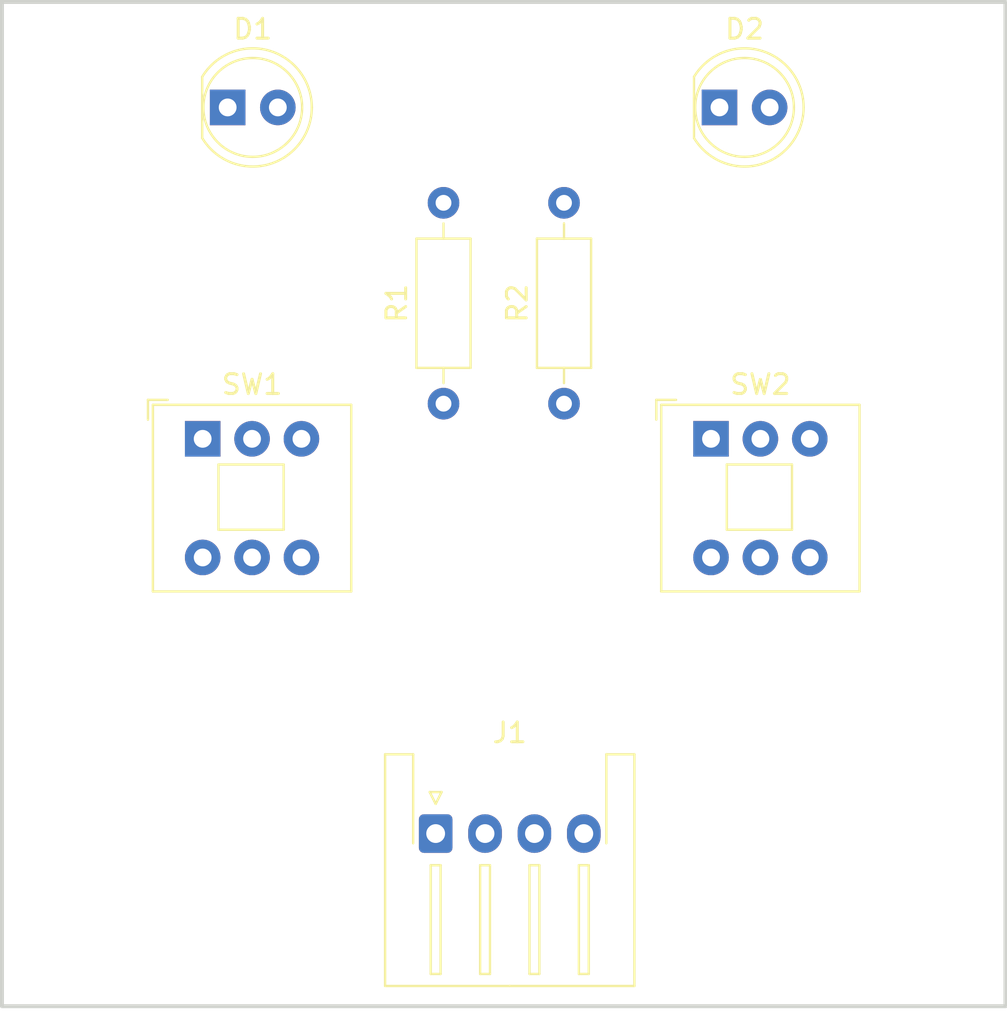
<source format=kicad_pcb>
(kicad_pcb (version 20240108) (generator "pcbnew") (generator_version "8.0")
  (layers (0 "F.Cu" signal) (31 "B.Cu" signal) (34 "B.Paste" user) (35 "F.Paste" user) (36 "B.SilkS" user "B.Silkscreen") (37 "F.SilkS" user "F.Silkscreen") (38 "B.Mask" user) (39 "F.Mask" user) (44 "Edge.Cuts" user))
  (net 0 "")
  (net 1 "Net-(D1-A)")
  (net 2 "GND")
  (net 3 "Net-(D2-A)")
  (net 4 "V_OUT")
  (net 5 "LEFT_TURN_EN")
  (net 6 "RIGHT_TURN_EN")
  (footprint "Resistor_THT:R_Axial_DIN0207_L6.3mm_D2.5mm_P10.16mm_Horizontal" (layer "F.Cu") (at 123.952 71.12 90)
    (property "Reference" "R1" (at 5.08 -2.37 90) (layer "F.SilkS"))
    (property "Value" "120")
    (fp_line (start 8.35 -1.37) (end 1.81 -1.37) (stroke (width 0.12)) (layer "F.SilkS"))
    (fp_line (start 1.81 -1.37) (end 1.81 1.37) (stroke (width 0.12)) (layer "F.SilkS"))
    (fp_line (start 9.12 0) (end 8.35 0) (stroke (width 0.12)) (layer "F.SilkS"))
    (fp_line (start 1.04 0) (end 1.81 0) (stroke (width 0.12)) (layer "F.SilkS"))
    (fp_line (start 8.35 1.37) (end 8.35 -1.37) (stroke (width 0.12)) (layer "F.SilkS"))
    (fp_line (start 1.81 1.37) (end 8.35 1.37) (stroke (width 0.12)) (layer "F.SilkS"))
    (pad "1" thru_hole circle (at 0 0 90) (size 1.6 1.6) (drill 0.8) (layers "*.Cu" "*.Mask") (net 5 "LEFT_TURN_EN"))
    (pad "2" thru_hole oval (at 10.16 0 90) (size 1.6 1.6) (drill 0.8) (layers "*.Cu" "*.Mask") (net 1 "Net-(D1-A)"))
  )
  (footprint "Button_Switch_THT:SW_Push_2P2T_Toggle_CK_PVA2xxH2xxxxxxV2" (layer "F.Cu") (at 111.76 72.898)
    (property "Reference" "SW1" (at 2.5 -2.75 0) (layer "F.SilkS"))
    (property "Value" "SW_SPDT")
    (fp_line (start -2.77 -0.97) (end -2.77 -1.97) (stroke (width 0.12)) (layer "F.SilkS"))
    (fp_line (start -2.52 7.72) (end -2.52 -1.72) (stroke (width 0.12)) (layer "F.SilkS"))
    (fp_line (start -1.77 -1.97) (end -2.77 -1.97) (stroke (width 0.12)) (layer "F.SilkS"))
    (fp_line (start 0.8 1.3) (end 0.8 4.6) (stroke (width 0.12)) (layer "F.SilkS"))
    (fp_line (start 4.1 1.3) (end 0.8 1.3) (stroke (width 0.12)) (layer "F.SilkS"))
    (fp_line (start 4.1 1.3) (end 4.1 4.6) (stroke (width 0.12)) (layer "F.SilkS"))
    (fp_line (start 4.1 4.6) (end 0.8 4.6) (stroke (width 0.12)) (layer "F.SilkS"))
    (fp_line (start 7.52 -1.72) (end -2.52 -1.72) (stroke (width 0.12)) (layer "F.SilkS"))
    (fp_line (start 7.52 7.72) (end -2.52 7.72) (stroke (width 0.12)) (layer "F.SilkS"))
    (fp_line (start 7.52 7.72) (end 7.52 -1.72) (stroke (width 0.12)) (layer "F.SilkS"))
    (pad "1" thru_hole rect (at 0 0) (size 1.8 1.8) (drill 0.9) (layers "*.Cu" "*.Mask") (net 2 "GND"))
    (pad "2" thru_hole circle (at 2.5 0) (size 1.8 1.8) (drill 0.9) (layers "*.Cu" "*.Mask") (net 5 "LEFT_TURN_EN"))
    (pad "3" thru_hole circle (at 5 0) (size 1.8 1.8) (drill 0.9) (layers "*.Cu" "*.Mask") (net 4 "V_OUT"))
    (pad "4" thru_hole circle (at 0 6) (size 1.8 1.8) (drill 0.9) (layers "*.Cu" "*.Mask"))
    (pad "5" thru_hole circle (at 2.5 6) (size 1.8 1.8) (drill 0.9) (layers "*.Cu" "*.Mask"))
    (pad "6" thru_hole circle (at 5 6) (size 1.8 1.8) (drill 0.9) (layers "*.Cu" "*.Mask"))
  )
  (footprint "Resistor_THT:R_Axial_DIN0207_L6.3mm_D2.5mm_P10.16mm_Horizontal" (layer "F.Cu") (at 130.052 71.12 90)
    (property "Reference" "R2" (at 5.08 -2.37 90) (layer "F.SilkS"))
    (property "Value" "120")
    (fp_line (start 8.35 -1.37) (end 1.81 -1.37) (stroke (width 0.12)) (layer "F.SilkS"))
    (fp_line (start 1.81 -1.37) (end 1.81 1.37) (stroke (width 0.12)) (layer "F.SilkS"))
    (fp_line (start 9.12 0) (end 8.35 0) (stroke (width 0.12)) (layer "F.SilkS"))
    (fp_line (start 1.04 0) (end 1.81 0) (stroke (width 0.12)) (layer "F.SilkS"))
    (fp_line (start 8.35 1.37) (end 8.35 -1.37) (stroke (width 0.12)) (layer "F.SilkS"))
    (fp_line (start 1.81 1.37) (end 8.35 1.37) (stroke (width 0.12)) (layer "F.SilkS"))
    (pad "1" thru_hole circle (at 0 0 90) (size 1.6 1.6) (drill 0.8) (layers "*.Cu" "*.Mask") (net 6 "RIGHT_TURN_EN"))
    (pad "2" thru_hole oval (at 10.16 0 90) (size 1.6 1.6) (drill 0.8) (layers "*.Cu" "*.Mask") (net 3 "Net-(D2-A)"))
  )
  (footprint "LED_THT:LED_D5.0mm" (layer "F.Cu") (at 113.025 56.134)
    (property "Reference" "D1" (at 1.27 -3.96 0) (layer "F.SilkS"))
    (property "Value" "LED")
    (fp_line (start -1.29 -1.545) (end -1.29 1.545) (stroke (width 0.12)) (layer "F.SilkS"))
    (fp_arc (start -1.29 -1.54483) (mid 2.071756 -2.880501) (end 4.26 -0.000048) (stroke (width 0.12)) (layer "F.SilkS"))
    (fp_arc (start 4.26 0.000048) (mid 2.071756 2.880501) (end -1.29 1.54483) (stroke (width 0.12)) (layer "F.SilkS"))
    (fp_circle (center 1.27 0) (end 3.77 0) (stroke (width 0.12)) (fill none) (layer "F.SilkS"))
    (pad "1" thru_hole rect (at 0 0) (size 1.8 1.8) (drill 0.9) (layers "*.Cu" "*.Mask") (net 2 "GND"))
    (pad "2" thru_hole circle (at 2.54 0) (size 1.8 1.8) (drill 0.9) (layers "*.Cu" "*.Mask") (net 1 "Net-(D1-A)"))
  )
  (footprint "LED_THT:LED_D5.0mm" (layer "F.Cu") (at 137.922 56.134)
    (property "Reference" "D2" (at 1.27 -3.96 0) (layer "F.SilkS"))
    (property "Value" "LED" (hide yes))
    (fp_line (start -1.29 -1.545) (end -1.29 1.545) (stroke (width 0.12)) (layer "F.SilkS"))
    (fp_arc (start -1.29 -1.54483) (mid 2.071756 -2.880501) (end 4.26 -0.000048) (stroke (width 0.12)) (layer "F.SilkS"))
    (fp_arc (start 4.26 0.000048) (mid 2.071756 2.880501) (end -1.29 1.54483) (stroke (width 0.12)) (layer "F.SilkS"))
    (fp_circle (center 1.27 0) (end 3.77 0) (stroke (width 0.12)) (fill none) (layer "F.SilkS"))
    (pad "1" thru_hole rect (at 0 0) (size 1.8 1.8) (drill 0.9) (layers "*.Cu" "*.Mask") (net 2 "GND"))
    (pad "2" thru_hole circle (at 2.54 0) (size 1.8 1.8) (drill 0.9) (layers "*.Cu" "*.Mask") (net 3 "Net-(D2-A)"))
  )
  (footprint "Button_Switch_THT:SW_Push_2P2T_Toggle_CK_PVA2xxH2xxxxxxV2" (layer "F.Cu") (at 137.494 72.898)
    (property "Reference" "SW2" (at 2.5 -2.75 0) (layer "F.SilkS"))
    (property "Value" "SW_SPDT")
    (fp_line (start -2.77 -0.97) (end -2.77 -1.97) (stroke (width 0.12)) (layer "F.SilkS"))
    (fp_line (start -2.52 7.72) (end -2.52 -1.72) (stroke (width 0.12)) (layer "F.SilkS"))
    (fp_line (start -1.77 -1.97) (end -2.77 -1.97) (stroke (width 0.12)) (layer "F.SilkS"))
    (fp_line (start 0.8 1.3) (end 0.8 4.6) (stroke (width 0.12)) (layer "F.SilkS"))
    (fp_line (start 4.1 1.3) (end 0.8 1.3) (stroke (width 0.12)) (layer "F.SilkS"))
    (fp_line (start 4.1 1.3) (end 4.1 4.6) (stroke (width 0.12)) (layer "F.SilkS"))
    (fp_line (start 4.1 4.6) (end 0.8 4.6) (stroke (width 0.12)) (layer "F.SilkS"))
    (fp_line (start 7.52 -1.72) (end -2.52 -1.72) (stroke (width 0.12)) (layer "F.SilkS"))
    (fp_line (start 7.52 7.72) (end -2.52 7.72) (stroke (width 0.12)) (layer "F.SilkS"))
    (fp_line (start 7.52 7.72) (end 7.52 -1.72) (stroke (width 0.12)) (layer "F.SilkS"))
    (pad "1" thru_hole rect (at 0 0) (size 1.8 1.8) (drill 0.9) (layers "*.Cu" "*.Mask") (net 2 "GND"))
    (pad "2" thru_hole circle (at 2.5 0) (size 1.8 1.8) (drill 0.9) (layers "*.Cu" "*.Mask") (net 6 "RIGHT_TURN_EN"))
    (pad "3" thru_hole circle (at 5 0) (size 1.8 1.8) (drill 0.9) (layers "*.Cu" "*.Mask") (net 4 "V_OUT"))
    (pad "4" thru_hole circle (at 0 6) (size 1.8 1.8) (drill 0.9) (layers "*.Cu" "*.Mask"))
    (pad "5" thru_hole circle (at 2.5 6) (size 1.8 1.8) (drill 0.9) (layers "*.Cu" "*.Mask"))
    (pad "6" thru_hole circle (at 5 6) (size 1.8 1.8) (drill 0.9) (layers "*.Cu" "*.Mask"))
  )
  (footprint "Connector_JST:JST_XH_S4B-XH-A-1_1x04_P2.50mm_Horizontal" (layer "F.Cu") (at 123.5548 92.8666)
    (property "Reference" "J1" (at 3.75 -5.1 360) (layer "F.SilkS"))
    (property "Value" "Conn_01x04_Socket")
    (fp_line (start -2.56 -4.01) (end -1.14 -4.01) (stroke (width 0.12)) (layer "F.SilkS"))
    (fp_line (start -2.56 7.71) (end -2.56 -4.01) (stroke (width 0.12)) (layer "F.SilkS"))
    (fp_line (start -1.14 -4.01) (end -1.14 0.49) (stroke (width 0.12)) (layer "F.SilkS"))
    (fp_line (start -0.3 -2.1) (end 0.3 -2.1) (stroke (width 0.12)) (layer "F.SilkS"))
    (fp_line (start -0.25 1.6) (end -0.25 7.1) (stroke (width 0.12)) (layer "F.SilkS"))
    (fp_line (start -0.25 7.1) (end 0.25 7.1) (stroke (width 0.12)) (layer "F.SilkS"))
    (fp_line (start 0 -1.5) (end -0.3 -2.1) (stroke (width 0.12)) (layer "F.SilkS"))
    (fp_line (start 0.25 1.6) (end -0.25 1.6) (stroke (width 0.12)) (layer "F.SilkS"))
    (fp_line (start 0.25 7.1) (end 0.25 1.6) (stroke (width 0.12)) (layer "F.SilkS"))
    (fp_line (start 0.3 -2.1) (end 0 -1.5) (stroke (width 0.12)) (layer "F.SilkS"))
    (fp_line (start 2.25 1.6) (end 2.25 7.1) (stroke (width 0.12)) (layer "F.SilkS"))
    (fp_line (start 2.25 7.1) (end 2.75 7.1) (stroke (width 0.12)) (layer "F.SilkS"))
    (fp_line (start 2.75 1.6) (end 2.25 1.6) (stroke (width 0.12)) (layer "F.SilkS"))
    (fp_line (start 2.75 7.1) (end 2.75 1.6) (stroke (width 0.12)) (layer "F.SilkS"))
    (fp_line (start 3.75 7.71) (end -2.56 7.71) (stroke (width 0.12)) (layer "F.SilkS"))
    (fp_line (start 3.75 7.71) (end 10.06 7.71) (stroke (width 0.12)) (layer "F.SilkS"))
    (fp_line (start 4.75 1.6) (end 4.75 7.1) (stroke (width 0.12)) (layer "F.SilkS"))
    (fp_line (start 4.75 7.1) (end 5.25 7.1) (stroke (width 0.12)) (layer "F.SilkS"))
    (fp_line (start 5.25 1.6) (end 4.75 1.6) (stroke (width 0.12)) (layer "F.SilkS"))
    (fp_line (start 5.25 7.1) (end 5.25 1.6) (stroke (width 0.12)) (layer "F.SilkS"))
    (fp_line (start 7.25 1.6) (end 7.25 7.1) (stroke (width 0.12)) (layer "F.SilkS"))
    (fp_line (start 7.25 7.1) (end 7.75 7.1) (stroke (width 0.12)) (layer "F.SilkS"))
    (fp_line (start 7.75 1.6) (end 7.25 1.6) (stroke (width 0.12)) (layer "F.SilkS"))
    (fp_line (start 7.75 7.1) (end 7.75 1.6) (stroke (width 0.12)) (layer "F.SilkS"))
    (fp_line (start 8.64 -4.01) (end 8.64 0.49) (stroke (width 0.12)) (layer "F.SilkS"))
    (fp_line (start 10.06 -4.01) (end 8.64 -4.01) (stroke (width 0.12)) (layer "F.SilkS"))
    (fp_line (start 10.06 7.71) (end 10.06 -4.01) (stroke (width 0.12)) (layer "F.SilkS"))
    (pad "1" thru_hole roundrect (at 0 0) (size 1.7 1.95) (drill 0.95) (layers "*.Cu" "*.Mask") (roundrect_rratio 0.147059) (net 4 "V_OUT"))
    (pad "2" thru_hole oval (at 2.5 0) (size 1.7 1.95) (drill 0.95) (layers "*.Cu" "*.Mask") (net 5 "LEFT_TURN_EN"))
    (pad "3" thru_hole oval (at 5 0) (size 1.7 1.95) (drill 0.95) (layers "*.Cu" "*.Mask") (net 6 "RIGHT_TURN_EN"))
    (pad "4" thru_hole oval (at 7.5 0) (size 1.7 1.95) (drill 0.95) (layers "*.Cu" "*.Mask") (net 2 "GND"))
  )
  (gr_rect (start 101.6 50.8) (end 152.4 101.6) (stroke (width 0.2)) (fill none) (layer "Edge.Cuts"))
)
</source>
